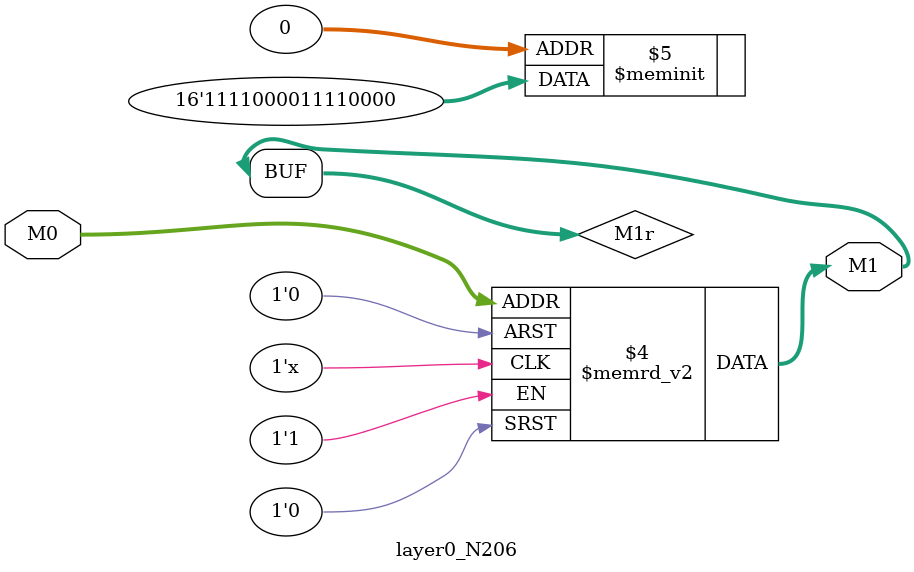
<source format=v>
module layer0_N206 ( input [2:0] M0, output [1:0] M1 );

	(*rom_style = "distributed" *) reg [1:0] M1r;
	assign M1 = M1r;
	always @ (M0) begin
		case (M0)
			3'b000: M1r = 2'b00;
			3'b100: M1r = 2'b00;
			3'b010: M1r = 2'b11;
			3'b110: M1r = 2'b11;
			3'b001: M1r = 2'b00;
			3'b101: M1r = 2'b00;
			3'b011: M1r = 2'b11;
			3'b111: M1r = 2'b11;

		endcase
	end
endmodule

</source>
